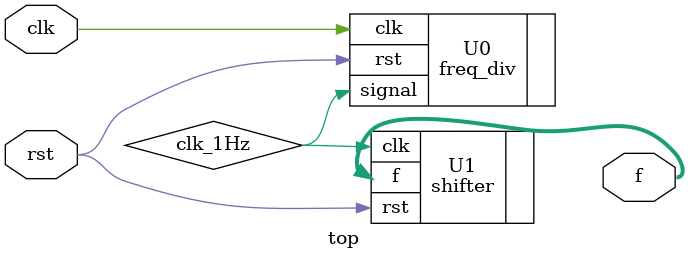
<source format=v>
`timescale 1ns / 1ps

module top(
    input clk,
    input rst,
    output [7:0] f
    );
    
wire clk_1Hz;

freq_div U0 (.clk(clk), .rst(rst), .signal(clk_1Hz));
shifter U1 (.clk(clk_1Hz), .rst(rst), .f(f));

endmodule

</source>
